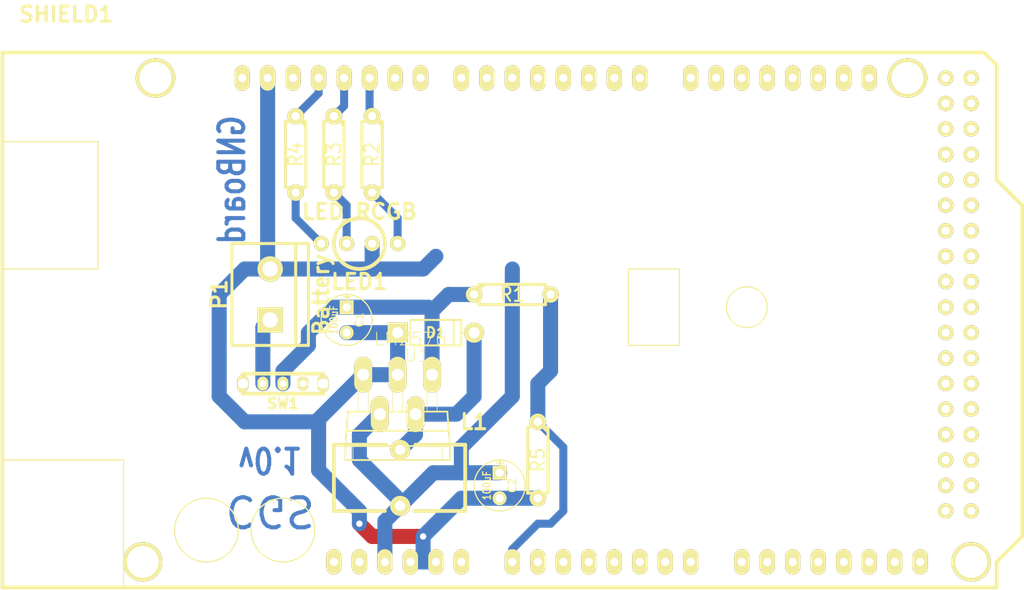
<source format=kicad_pcb>
(kicad_pcb (version 3) (host pcbnew "(2013-mar-13)-testing")

  (general
    (links 35)
    (no_connects 8)
    (area 103.910934 64.6256 208.970501 123.94)
    (thickness 1.6)
    (drawings 3)
    (tracks 83)
    (zones 0)
    (modules 14)
    (nets 84)
  )

  (page A4)
  (layers
    (15 Comp. signal)
    (0 Cobre signal)
    (16 B.Adhes user)
    (17 F.Adhes user)
    (18 B.Paste user)
    (19 F.Paste user)
    (20 B.SilkS user)
    (21 F.SilkS user)
    (22 B.Mask user)
    (23 F.Mask user)
    (24 Dwgs.User user)
    (25 Cmts.User user)
    (26 Eco1.User user)
    (27 Eco2.User user)
    (28 Edge.Cuts user)
  )

  (setup
    (last_trace_width 0.8)
    (user_trace_width 1)
    (user_trace_width 1.5)
    (trace_clearance 0.5)
    (zone_clearance 0.508)
    (zone_45_only no)
    (trace_min 0.254)
    (segment_width 0.381)
    (edge_width 0.381)
    (via_size 0.889)
    (via_drill 0.635)
    (via_min_size 0.889)
    (via_min_drill 0.508)
    (uvia_size 0.508)
    (uvia_drill 0.127)
    (uvias_allowed no)
    (uvia_min_size 0.508)
    (uvia_min_drill 0.127)
    (pcb_text_width 0.3048)
    (pcb_text_size 1.524 2.032)
    (mod_edge_width 0.381)
    (mod_text_size 1.524 1.524)
    (mod_text_width 0.3048)
    (pad_size 1.1 1.7)
    (pad_drill 1)
    (pad_to_mask_clearance 0.2)
    (aux_axis_origin 0 0)
    (visible_elements FFFFFF7F)
    (pcbplotparams
      (layerselection 3178497)
      (usegerberextensions true)
      (excludeedgelayer true)
      (linewidth 0.100000)
      (plotframeref false)
      (viasonmask false)
      (mode 1)
      (useauxorigin false)
      (hpglpennumber 1)
      (hpglpenspeed 20)
      (hpglpendiameter 15)
      (hpglpenoverlay 2)
      (psnegative false)
      (psa4output false)
      (plotreference true)
      (plotvalue true)
      (plotothertext true)
      (plotinvisibletext false)
      (padsonsilk false)
      (subtractmaskfromsilk false)
      (outputformat 1)
      (mirror false)
      (drillshape 1)
      (scaleselection 1)
      (outputdirectory ""))
  )

  (net 0 "")
  (net 1 +5V)
  (net 2 +BATT)
  (net 3 BattVolt)
  (net 4 GND)
  (net 5 LedB)
  (net 6 LedG)
  (net 7 LedR)
  (net 8 N-0000013)
  (net 9 N-0000014)
  (net 10 N-0000015)
  (net 11 N-0000016)
  (net 12 N-0000017)
  (net 13 N-0000018)
  (net 14 N-0000019)
  (net 15 N-0000020)
  (net 16 N-0000021)
  (net 17 N-0000022)
  (net 18 N-0000023)
  (net 19 N-0000024)
  (net 20 N-0000025)
  (net 21 N-0000026)
  (net 22 N-0000027)
  (net 23 N-0000028)
  (net 24 N-0000029)
  (net 25 N-0000030)
  (net 26 N-0000031)
  (net 27 N-0000032)
  (net 28 N-0000033)
  (net 29 N-0000034)
  (net 30 N-0000035)
  (net 31 N-0000036)
  (net 32 N-0000037)
  (net 33 N-0000038)
  (net 34 N-0000039)
  (net 35 N-000004)
  (net 36 N-0000040)
  (net 37 N-0000041)
  (net 38 N-0000042)
  (net 39 N-0000043)
  (net 40 N-0000044)
  (net 41 N-0000045)
  (net 42 N-0000046)
  (net 43 N-0000047)
  (net 44 N-0000048)
  (net 45 N-0000049)
  (net 46 N-000005)
  (net 47 N-0000050)
  (net 48 N-0000051)
  (net 49 N-0000052)
  (net 50 N-0000053)
  (net 51 N-0000054)
  (net 52 N-0000055)
  (net 53 N-0000056)
  (net 54 N-0000057)
  (net 55 N-0000058)
  (net 56 N-0000059)
  (net 57 N-000006)
  (net 58 N-0000060)
  (net 59 N-0000061)
  (net 60 N-0000062)
  (net 61 N-0000063)
  (net 62 N-0000064)
  (net 63 N-0000065)
  (net 64 N-0000066)
  (net 65 N-0000067)
  (net 66 N-0000068)
  (net 67 N-0000069)
  (net 68 N-000007)
  (net 69 N-0000070)
  (net 70 N-0000071)
  (net 71 N-0000072)
  (net 72 N-0000073)
  (net 73 N-0000074)
  (net 74 N-0000075)
  (net 75 N-0000076)
  (net 76 N-0000077)
  (net 77 N-0000078)
  (net 78 N-0000079)
  (net 79 N-0000080)
  (net 80 N-0000081)
  (net 81 N-0000082)
  (net 82 N-0000083)
  (net 83 N-000009)

  (net_class Default "This is the default net class."
    (clearance 0.5)
    (trace_width 0.8)
    (via_dia 0.889)
    (via_drill 0.635)
    (uvia_dia 0.508)
    (uvia_drill 0.127)
    (add_net "")
    (add_net +5V)
    (add_net +BATT)
    (add_net BattVolt)
    (add_net GND)
    (add_net LedB)
    (add_net LedG)
    (add_net LedR)
    (add_net N-0000013)
    (add_net N-0000014)
    (add_net N-0000015)
    (add_net N-0000016)
    (add_net N-0000017)
    (add_net N-0000018)
    (add_net N-0000019)
    (add_net N-0000020)
    (add_net N-0000021)
    (add_net N-0000022)
    (add_net N-0000023)
    (add_net N-0000024)
    (add_net N-0000025)
    (add_net N-0000026)
    (add_net N-0000027)
    (add_net N-0000028)
    (add_net N-0000029)
    (add_net N-0000030)
    (add_net N-0000031)
    (add_net N-0000032)
    (add_net N-0000033)
    (add_net N-0000034)
    (add_net N-0000035)
    (add_net N-0000036)
    (add_net N-0000037)
    (add_net N-0000038)
    (add_net N-0000039)
    (add_net N-000004)
    (add_net N-0000040)
    (add_net N-0000041)
    (add_net N-0000042)
    (add_net N-0000043)
    (add_net N-0000044)
    (add_net N-0000045)
    (add_net N-0000046)
    (add_net N-0000047)
    (add_net N-0000048)
    (add_net N-0000049)
    (add_net N-000005)
    (add_net N-0000050)
    (add_net N-0000051)
    (add_net N-0000052)
    (add_net N-0000053)
    (add_net N-0000054)
    (add_net N-0000055)
    (add_net N-0000056)
    (add_net N-0000057)
    (add_net N-0000058)
    (add_net N-0000059)
    (add_net N-000006)
    (add_net N-0000060)
    (add_net N-0000061)
    (add_net N-0000062)
    (add_net N-0000063)
    (add_net N-0000064)
    (add_net N-0000065)
    (add_net N-0000066)
    (add_net N-0000067)
    (add_net N-0000068)
    (add_net N-0000069)
    (add_net N-000007)
    (add_net N-0000070)
    (add_net N-0000071)
    (add_net N-0000072)
    (add_net N-0000073)
    (add_net N-0000074)
    (add_net N-0000075)
    (add_net N-0000076)
    (add_net N-0000077)
    (add_net N-0000078)
    (add_net N-0000079)
    (add_net N-0000080)
    (add_net N-0000081)
    (add_net N-0000082)
    (add_net N-0000083)
    (add_net N-000009)
  )

  (module MICROSWITCH_SPST (layer Comp.) (tedit 51B8CA45) (tstamp 51B8C79F)
    (at 134.62 102.87)
    (descr "Connecteur 3 pins")
    (tags "CONN DEV")
    (path /51B8A3AE)
    (fp_text reference SW1 (at 0 2) (layer F.SilkS)
      (effects (font (size 1.016 1.016) (thickness 0.254)))
    )
    (fp_text value PowerSwitch (at 0 -2.54) (layer F.SilkS) hide
      (effects (font (size 1.016 1.016) (thickness 0.254)))
    )
    (fp_line (start 4 -1) (end -4 -1) (layer F.SilkS) (width 0.381))
    (fp_line (start 4 -1) (end 4 1) (layer F.SilkS) (width 0.381))
    (fp_line (start 4 1) (end -4 1) (layer F.SilkS) (width 0.381))
    (fp_line (start -4 1) (end -4 -1) (layer F.SilkS) (width 0.381))
    (pad 1 thru_hole oval (at -2 0) (size 1.1 1.397) (drill 0.7)
      (layers *.Cu *.Mask F.SilkS)
      (net 83 N-000009)
    )
    (pad 2 thru_hole oval (at 0 0) (size 1.1 1.397) (drill 0.7)
      (layers *.Cu *.Mask F.SilkS)
      (net 2 +BATT)
    )
    (pad 3 thru_hole oval (at 2 0) (size 1.1 1.397) (drill 0.7)
      (layers *.Cu *.Mask F.SilkS)
      (net 46 N-000005)
    )
    (pad 4 thru_hole oval (at 4 0) (size 1.1 1.7) (drill 1)
      (layers *.Cu *.Mask F.SilkS)
    )
    (pad 5 thru_hole oval (at -4 0) (size 1.1 1.7) (drill 1)
      (layers *.Cu *.Mask F.SilkS)
    )
    (model device/switch_slide_straight_terminal.wrl
      (at (xyz 0 0 0))
      (scale (xyz 0.33 0.33 0.33))
      (rotate (xyz 0 0 0))
    )
  )

  (module DO41_3 (layer Comp.) (tedit 51B8C836) (tstamp 51B8C861)
    (at 149.86 97.79)
    (descr "Diode DO41 3 pas")
    (tags D)
    (path /51B851F9)
    (autoplace_cost180 10)
    (fp_text reference D1 (at 0 0) (layer F.SilkS)
      (effects (font (size 1.016 1.016) (thickness 0.2032)))
    )
    (fp_text value 1N5822 (at 0 0) (layer F.SilkS) hide
      (effects (font (size 1.016 1.016) (thickness 0.2032)))
    )
    (fp_line (start -3.81 0) (end -2.54 0) (layer F.SilkS) (width 0.2032))
    (fp_line (start 2.54 0) (end 3.81 0) (layer F.SilkS) (width 0.2032))
    (fp_line (start 1.778 -1.27) (end 1.778 1.27) (layer F.SilkS) (width 0.2032))
    (fp_line (start 2.54 -1.27) (end -2.54 -1.27) (layer F.SilkS) (width 0.2032))
    (fp_line (start -2.54 -1.27) (end -2.54 1.27) (layer F.SilkS) (width 0.2032))
    (fp_line (start -2.54 1.27) (end 2.54 1.27) (layer F.SilkS) (width 0.2032))
    (fp_line (start 2.54 1.27) (end 2.54 -1.27) (layer F.SilkS) (width 0.2032))
    (pad 1 thru_hole rect (at -3.81 0) (size 2 2) (drill 1.1)
      (layers *.Cu *.Mask F.SilkS)
      (net 4 GND)
    )
    (pad 2 thru_hole circle (at 3.81 0) (size 2 2) (drill 1.1)
      (layers *.Cu *.Mask F.SilkS)
      (net 8 N-0000013)
    )
    (model diodes/do41_3.wrl
      (at (xyz 0 0 0))
      (scale (xyz 1 1 1))
      (rotate (xyz 0 0 0))
    )
  )

  (module ARDUINO_MEGA_SHIELD (layer Comp.) (tedit 4D35330D) (tstamp 51B84CE1)
    (at 106.68 123.19)
    (path /51B84CE1)
    (fp_text reference SHIELD1 (at 6.35 -57.15) (layer F.SilkS)
      (effects (font (thickness 0.3048)))
    )
    (fp_text value ARDUINO_MEGA_SHIELD (at 13.97 -54.61) (layer F.SilkS) hide
      (effects (font (thickness 0.3048)))
    )
    (fp_circle (center 27.94 -5.715) (end 31.115 -5.715) (layer F.SilkS) (width 0.127))
    (fp_circle (center 20.32 -5.715) (end 23.495 -5.715) (layer F.SilkS) (width 0.127))
    (fp_line (start 0 -12.7) (end 12.065 -12.7) (layer F.SilkS) (width 0.127))
    (fp_line (start 12.065 -12.7) (end 12.065 0) (layer F.SilkS) (width 0.127))
    (fp_line (start 0 -44.45) (end 9.525 -44.45) (layer F.SilkS) (width 0.127))
    (fp_line (start 9.525 -44.45) (end 9.525 -31.75) (layer F.SilkS) (width 0.127))
    (fp_line (start 9.525 -31.75) (end 0 -31.75) (layer F.SilkS) (width 0.127))
    (fp_line (start 62.357 -31.75) (end 62.357 -24.13) (layer F.SilkS) (width 0.127))
    (fp_line (start 62.357 -24.13) (end 67.437 -24.13) (layer F.SilkS) (width 0.127))
    (fp_line (start 67.437 -24.13) (end 67.437 -31.75) (layer F.SilkS) (width 0.127))
    (fp_line (start 67.437 -31.75) (end 62.357 -31.75) (layer F.SilkS) (width 0.127))
    (fp_circle (center 74.168 -27.94) (end 76.2 -27.94) (layer F.SilkS) (width 0.127))
    (fp_line (start 99.06 0) (end 0 0) (layer F.SilkS) (width 0.381))
    (fp_line (start 97.79 -53.34) (end 0 -53.34) (layer F.SilkS) (width 0.381))
    (fp_line (start 99.06 -40.64) (end 99.06 -52.07) (layer F.SilkS) (width 0.381))
    (fp_line (start 99.06 -52.07) (end 97.79 -53.34) (layer F.SilkS) (width 0.381))
    (fp_line (start 0 0) (end 0 -53.34) (layer F.SilkS) (width 0.381))
    (fp_line (start 99.06 -40.64) (end 101.6 -38.1) (layer F.SilkS) (width 0.381))
    (fp_line (start 101.6 -38.1) (end 101.6 -5.08) (layer F.SilkS) (width 0.381))
    (fp_line (start 101.6 -5.08) (end 99.06 -2.54) (layer F.SilkS) (width 0.381))
    (fp_line (start 99.06 -2.54) (end 99.06 0) (layer F.SilkS) (width 0.381))
    (pad 14 thru_hole oval (at 68.58 -50.8 90) (size 2.54 1.524) (drill 0.8128)
      (layers *.Cu *.Mask F.SilkS)
      (net 59 N-0000061)
    )
    (pad 15 thru_hole oval (at 71.12 -50.8 90) (size 2.54 1.524) (drill 0.8128)
      (layers *.Cu *.Mask F.SilkS)
      (net 63 N-0000065)
    )
    (pad 16 thru_hole oval (at 73.66 -50.8 90) (size 2.54 1.524) (drill 0.8128)
      (layers *.Cu *.Mask F.SilkS)
      (net 67 N-0000069)
    )
    (pad 17 thru_hole oval (at 76.2 -50.8 90) (size 2.54 1.524) (drill 0.8128)
      (layers *.Cu *.Mask F.SilkS)
      (net 71 N-0000072)
    )
    (pad 18 thru_hole oval (at 78.74 -50.8 90) (size 2.54 1.524) (drill 0.8128)
      (layers *.Cu *.Mask F.SilkS)
      (net 75 N-0000076)
    )
    (pad 19 thru_hole oval (at 81.28 -50.8 90) (size 2.54 1.524) (drill 0.8128)
      (layers *.Cu *.Mask F.SilkS)
      (net 79 N-0000080)
    )
    (pad 20 thru_hole oval (at 83.82 -50.8 90) (size 2.54 1.524) (drill 0.8128)
      (layers *.Cu *.Mask F.SilkS)
      (net 20 N-0000025)
    )
    (pad 21 thru_hole oval (at 86.36 -50.8 90) (size 2.54 1.524) (drill 0.8128)
      (layers *.Cu *.Mask F.SilkS)
      (net 23 N-0000028)
    )
    (pad AD15 thru_hole oval (at 91.44 -2.54 90) (size 2.54 1.524) (drill 0.8128)
      (layers *.Cu *.Mask F.SilkS)
      (net 52 N-0000055)
    )
    (pad AD14 thru_hole oval (at 88.9 -2.54 90) (size 2.54 1.524) (drill 0.8128)
      (layers *.Cu *.Mask F.SilkS)
      (net 51 N-0000054)
    )
    (pad AD13 thru_hole oval (at 86.36 -2.54 90) (size 2.54 1.524) (drill 0.8128)
      (layers *.Cu *.Mask F.SilkS)
      (net 50 N-0000053)
    )
    (pad AD12 thru_hole oval (at 83.82 -2.54 90) (size 2.54 1.524) (drill 0.8128)
      (layers *.Cu *.Mask F.SilkS)
      (net 49 N-0000052)
    )
    (pad AD8 thru_hole oval (at 73.66 -2.54 90) (size 2.54 1.524) (drill 0.8128)
      (layers *.Cu *.Mask F.SilkS)
      (net 43 N-0000047)
    )
    (pad AD7 thru_hole oval (at 68.58 -2.54 90) (size 2.54 1.524) (drill 0.8128)
      (layers *.Cu *.Mask F.SilkS)
      (net 42 N-0000046)
    )
    (pad AD6 thru_hole oval (at 66.04 -2.54 90) (size 2.54 1.524) (drill 0.8128)
      (layers *.Cu *.Mask F.SilkS)
      (net 41 N-0000045)
    )
    (pad AD9 thru_hole oval (at 76.2 -2.54 90) (size 2.54 1.524) (drill 0.8128)
      (layers *.Cu *.Mask F.SilkS)
      (net 44 N-0000048)
    )
    (pad AD10 thru_hole oval (at 78.74 -2.54 90) (size 2.54 1.524) (drill 0.8128)
      (layers *.Cu *.Mask F.SilkS)
      (net 47 N-0000050)
    )
    (pad AD11 thru_hole oval (at 81.28 -2.54 90) (size 2.54 1.524) (drill 0.8128)
      (layers *.Cu *.Mask F.SilkS)
      (net 48 N-0000051)
    )
    (pad AD5 thru_hole oval (at 63.5 -2.54 90) (size 2.54 1.524) (drill 0.8128)
      (layers *.Cu *.Mask F.SilkS)
      (net 40 N-0000044)
    )
    (pad AD4 thru_hole oval (at 60.96 -2.54 90) (size 2.54 1.524) (drill 0.8128)
      (layers *.Cu *.Mask F.SilkS)
      (net 39 N-0000043)
    )
    (pad AD3 thru_hole oval (at 58.42 -2.54 90) (size 2.54 1.524) (drill 0.8128)
      (layers *.Cu *.Mask F.SilkS)
      (net 37 N-0000041)
    )
    (pad AD0 thru_hole oval (at 50.8 -2.54 90) (size 2.54 1.524) (drill 0.8128)
      (layers *.Cu *.Mask F.SilkS)
      (net 3 BattVolt)
    )
    (pad AD1 thru_hole oval (at 53.34 -2.54 90) (size 2.54 1.524) (drill 0.8128)
      (layers *.Cu *.Mask F.SilkS)
      (net 34 N-0000039)
    )
    (pad AD2 thru_hole oval (at 55.88 -2.54 90) (size 2.54 1.524) (drill 0.8128)
      (layers *.Cu *.Mask F.SilkS)
      (net 36 N-0000040)
    )
    (pad V_IN thru_hole oval (at 45.72 -2.54 90) (size 2.54 1.524) (drill 0.8128)
      (layers *.Cu *.Mask F.SilkS)
      (net 54 N-0000057)
    )
    (pad GND2 thru_hole oval (at 43.18 -2.54 90) (size 2.54 1.524) (drill 0.8128)
      (layers *.Cu *.Mask F.SilkS)
      (net 4 GND)
    )
    (pad GND1 thru_hole oval (at 40.64 -2.54 90) (size 2.54 1.524) (drill 0.8128)
      (layers *.Cu *.Mask F.SilkS)
      (net 4 GND)
    )
    (pad 3V3 thru_hole oval (at 35.56 -2.54 90) (size 2.54 1.524) (drill 0.8128)
      (layers *.Cu *.Mask F.SilkS)
      (net 38 N-0000042)
    )
    (pad RST thru_hole oval (at 33.02 -2.54 90) (size 2.54 1.524) (drill 0.8128)
      (layers *.Cu *.Mask F.SilkS)
      (net 45 N-0000049)
    )
    (pad 0 thru_hole oval (at 63.5 -50.8 90) (size 2.54 1.524) (drill 0.8128)
      (layers *.Cu *.Mask F.SilkS)
      (net 10 N-0000015)
    )
    (pad 1 thru_hole oval (at 60.96 -50.8 90) (size 2.54 1.524) (drill 0.8128)
      (layers *.Cu *.Mask F.SilkS)
      (net 11 N-0000016)
    )
    (pad 2 thru_hole oval (at 58.42 -50.8 90) (size 2.54 1.524) (drill 0.8128)
      (layers *.Cu *.Mask F.SilkS)
      (net 12 N-0000017)
    )
    (pad 3 thru_hole oval (at 55.88 -50.8 90) (size 2.54 1.524) (drill 0.8128)
      (layers *.Cu *.Mask F.SilkS)
      (net 13 N-0000018)
    )
    (pad 4 thru_hole oval (at 53.34 -50.8 90) (size 2.54 1.524) (drill 0.8128)
      (layers *.Cu *.Mask F.SilkS)
      (net 14 N-0000019)
    )
    (pad 5 thru_hole oval (at 50.8 -50.8 90) (size 2.54 1.524) (drill 0.8128)
      (layers *.Cu *.Mask F.SilkS)
      (net 15 N-0000020)
    )
    (pad 6 thru_hole oval (at 48.26 -50.8 90) (size 2.54 1.524) (drill 0.8128)
      (layers *.Cu *.Mask F.SilkS)
      (net 16 N-0000021)
    )
    (pad 7 thru_hole oval (at 45.72 -50.8 90) (size 2.54 1.524) (drill 0.8128)
      (layers *.Cu *.Mask F.SilkS)
      (net 17 N-0000022)
    )
    (pad 8 thru_hole oval (at 41.656 -50.8 90) (size 2.54 1.524) (drill 0.8128)
      (layers *.Cu *.Mask F.SilkS)
      (net 18 N-0000023)
    )
    (pad 9 thru_hole oval (at 39.116 -50.8 90) (size 2.54 1.524) (drill 0.8128)
      (layers *.Cu *.Mask F.SilkS)
      (net 19 N-0000024)
    )
    (pad 10 thru_hole oval (at 36.576 -50.8 90) (size 2.54 1.524) (drill 0.8128)
      (layers *.Cu *.Mask F.SilkS)
      (net 7 LedR)
    )
    (pad 11 thru_hole oval (at 34.036 -50.8 90) (size 2.54 1.524) (drill 0.8128)
      (layers *.Cu *.Mask F.SilkS)
      (net 6 LedG)
    )
    (pad 12 thru_hole oval (at 31.496 -50.8 90) (size 2.54 1.524) (drill 0.8128)
      (layers *.Cu *.Mask F.SilkS)
      (net 5 LedB)
    )
    (pad 13 thru_hole oval (at 28.956 -50.8 90) (size 2.54 1.524) (drill 0.8128)
      (layers *.Cu *.Mask F.SilkS)
      (net 31 N-0000036)
    )
    (pad GND3 thru_hole oval (at 26.416 -50.8 90) (size 2.54 1.524) (drill 0.8128)
      (layers *.Cu *.Mask F.SilkS)
      (net 4 GND)
    )
    (pad AREF thru_hole oval (at 23.876 -50.8 90) (size 2.54 1.524) (drill 0.8128)
      (layers *.Cu *.Mask F.SilkS)
      (net 53 N-0000056)
    )
    (pad 5V thru_hole oval (at 38.1 -2.54 90) (size 2.54 1.524) (drill 0.8128)
      (layers *.Cu *.Mask F.SilkS)
      (net 1 +5V)
    )
    (pad GND1 thru_hole circle (at 96.52 -2.54 90) (size 3.937 3.937) (drill 3.175)
      (layers *.Cu *.Mask F.SilkS)
      (net 4 GND)
    )
    (pad GND1 thru_hole circle (at 90.17 -50.8 90) (size 3.937 3.937) (drill 3.175)
      (layers *.Cu *.Mask F.SilkS)
      (net 4 GND)
    )
    (pad GND1 thru_hole circle (at 15.24 -50.8 90) (size 3.937 3.937) (drill 3.175)
      (layers *.Cu *.Mask F.SilkS)
      (net 4 GND)
    )
    (pad GND1 thru_hole circle (at 13.97 -2.54 90) (size 3.937 3.937) (drill 3.175)
      (layers *.Cu *.Mask F.SilkS)
      (net 4 GND)
    )
    (pad 22 thru_hole circle (at 93.98 -48.26) (size 1.524 1.524) (drill 0.8128)
      (layers *.Cu *.Mask F.SilkS)
      (net 27 N-0000032)
    )
    (pad 23 thru_hole circle (at 96.52 -48.26) (size 1.524 1.524) (drill 0.8128)
      (layers *.Cu *.Mask F.SilkS)
      (net 32 N-0000037)
    )
    (pad 24 thru_hole circle (at 93.98 -45.72) (size 1.524 1.524) (drill 0.8128)
      (layers *.Cu *.Mask F.SilkS)
      (net 60 N-0000062)
    )
    (pad 25 thru_hole circle (at 96.52 -45.72) (size 1.524 1.524) (drill 0.8128)
      (layers *.Cu *.Mask F.SilkS)
      (net 64 N-0000066)
    )
    (pad 26 thru_hole circle (at 93.98 -43.18) (size 1.524 1.524) (drill 0.8128)
      (layers *.Cu *.Mask F.SilkS)
      (net 69 N-0000070)
    )
    (pad 27 thru_hole circle (at 96.52 -43.18) (size 1.524 1.524) (drill 0.8128)
      (layers *.Cu *.Mask F.SilkS)
      (net 72 N-0000073)
    )
    (pad 28 thru_hole circle (at 93.98 -40.64) (size 1.524 1.524) (drill 0.8128)
      (layers *.Cu *.Mask F.SilkS)
      (net 76 N-0000077)
    )
    (pad 29 thru_hole circle (at 96.52 -40.64) (size 1.524 1.524) (drill 0.8128)
      (layers *.Cu *.Mask F.SilkS)
      (net 80 N-0000081)
    )
    (pad 5V_4 thru_hole circle (at 93.98 -50.8) (size 1.524 1.524) (drill 0.8128)
      (layers *.Cu *.Mask F.SilkS)
      (net 1 +5V)
    )
    (pad 5V_5 thru_hole circle (at 96.52 -50.8) (size 1.524 1.524) (drill 0.8128)
      (layers *.Cu *.Mask F.SilkS)
      (net 1 +5V)
    )
    (pad 31 thru_hole circle (at 96.52 -38.1) (size 1.524 1.524) (drill 0.8128)
      (layers *.Cu *.Mask F.SilkS)
      (net 24 N-0000029)
    )
    (pad 30 thru_hole circle (at 93.98 -38.1) (size 1.524 1.524) (drill 0.8128)
      (layers *.Cu *.Mask F.SilkS)
      (net 21 N-0000026)
    )
    (pad 32 thru_hole circle (at 93.98 -35.56) (size 1.524 1.524) (drill 0.8128)
      (layers *.Cu *.Mask F.SilkS)
      (net 28 N-0000033)
    )
    (pad 33 thru_hole circle (at 96.52 -35.56) (size 1.524 1.524) (drill 0.8128)
      (layers *.Cu *.Mask F.SilkS)
      (net 33 N-0000038)
    )
    (pad 34 thru_hole circle (at 93.98 -33.02) (size 1.524 1.524) (drill 0.8128)
      (layers *.Cu *.Mask F.SilkS)
      (net 61 N-0000063)
    )
    (pad 35 thru_hole circle (at 96.52 -33.02) (size 1.524 1.524) (drill 0.8128)
      (layers *.Cu *.Mask F.SilkS)
      (net 65 N-0000067)
    )
    (pad 36 thru_hole circle (at 93.98 -30.48) (size 1.524 1.524) (drill 0.8128)
      (layers *.Cu *.Mask F.SilkS)
      (net 70 N-0000071)
    )
    (pad 37 thru_hole circle (at 96.52 -30.48) (size 1.524 1.524) (drill 0.8128)
      (layers *.Cu *.Mask F.SilkS)
      (net 73 N-0000074)
    )
    (pad 38 thru_hole circle (at 93.98 -27.94) (size 1.524 1.524) (drill 0.8128)
      (layers *.Cu *.Mask F.SilkS)
      (net 77 N-0000078)
    )
    (pad 39 thru_hole circle (at 96.52 -27.94) (size 1.524 1.524) (drill 0.8128)
      (layers *.Cu *.Mask F.SilkS)
      (net 81 N-0000082)
    )
    (pad 40 thru_hole circle (at 93.98 -25.4) (size 1.524 1.524) (drill 0.8128)
      (layers *.Cu *.Mask F.SilkS)
      (net 9 N-0000014)
    )
    (pad 41 thru_hole circle (at 96.52 -25.4) (size 1.524 1.524) (drill 0.8128)
      (layers *.Cu *.Mask F.SilkS)
      (net 25 N-0000030)
    )
    (pad 42 thru_hole circle (at 93.98 -22.86) (size 1.524 1.524) (drill 0.8128)
      (layers *.Cu *.Mask F.SilkS)
      (net 29 N-0000034)
    )
    (pad 43 thru_hole circle (at 96.52 -22.86) (size 1.524 1.524) (drill 0.8128)
      (layers *.Cu *.Mask F.SilkS)
      (net 56 N-0000059)
    )
    (pad 44 thru_hole circle (at 93.98 -20.32) (size 1.524 1.524) (drill 0.8128)
      (layers *.Cu *.Mask F.SilkS)
      (net 62 N-0000064)
    )
    (pad 45 thru_hole circle (at 96.52 -20.32) (size 1.524 1.524) (drill 0.8128)
      (layers *.Cu *.Mask F.SilkS)
      (net 66 N-0000068)
    )
    (pad 46 thru_hole circle (at 93.98 -17.78) (size 1.524 1.524) (drill 0.8128)
      (layers *.Cu *.Mask F.SilkS)
      (net 55 N-0000058)
    )
    (pad 47 thru_hole circle (at 96.52 -17.78) (size 1.524 1.524) (drill 0.8128)
      (layers *.Cu *.Mask F.SilkS)
      (net 74 N-0000075)
    )
    (pad 48 thru_hole circle (at 93.98 -15.24) (size 1.524 1.524) (drill 0.8128)
      (layers *.Cu *.Mask F.SilkS)
      (net 78 N-0000079)
    )
    (pad 49 thru_hole circle (at 96.52 -15.24) (size 1.524 1.524) (drill 0.8128)
      (layers *.Cu *.Mask F.SilkS)
      (net 82 N-0000083)
    )
    (pad 50 thru_hole circle (at 93.98 -12.7) (size 1.524 1.524) (drill 0.8128)
      (layers *.Cu *.Mask F.SilkS)
      (net 22 N-0000027)
    )
    (pad 51 thru_hole circle (at 96.52 -12.7) (size 1.524 1.524) (drill 0.8128)
      (layers *.Cu *.Mask F.SilkS)
      (net 26 N-0000031)
    )
    (pad 52 thru_hole circle (at 93.98 -10.16) (size 1.524 1.524) (drill 0.8128)
      (layers *.Cu *.Mask F.SilkS)
      (net 30 N-0000035)
    )
    (pad 53 thru_hole circle (at 96.52 -10.16) (size 1.524 1.524) (drill 0.8128)
      (layers *.Cu *.Mask F.SilkS)
      (net 58 N-0000060)
    )
    (pad GND4 thru_hole circle (at 93.98 -7.62) (size 1.524 1.524) (drill 0.8128)
      (layers *.Cu *.Mask F.SilkS)
      (net 4 GND)
    )
    (pad GND5 thru_hole circle (at 96.52 -7.62) (size 1.524 1.524) (drill 0.8128)
      (layers *.Cu *.Mask F.SilkS)
      (net 4 GND)
    )
    (model packages3d\nick\ArduinoMegaShield.wrl
      (at (xyz 0 0 0))
      (scale (xyz 1 1 1))
      (rotate (xyz 0 0 0))
    )
  )

  (module C1V5 (layer Comp.) (tedit 3E070CF4) (tstamp 51B84E73)
    (at 156.21 113.03 270)
    (descr "Condensateur e = 1 pas")
    (tags C)
    (path /51B84E73)
    (fp_text reference C2 (at 0 -1.26746 270) (layer F.SilkS)
      (effects (font (size 0.762 0.762) (thickness 0.127)))
    )
    (fp_text value 100uF (at 0 1.27 270) (layer F.SilkS)
      (effects (font (size 0.762 0.635) (thickness 0.127)))
    )
    (fp_text user + (at -2.286 0 270) (layer F.SilkS)
      (effects (font (size 0.762 0.762) (thickness 0.2032)))
    )
    (fp_circle (center 0 0) (end 0.127 -2.54) (layer F.SilkS) (width 0.127))
    (pad 1 thru_hole rect (at -1.27 0 270) (size 1.397 1.397) (drill 0.8128)
      (layers *.Cu *.Mask F.SilkS)
      (net 1 +5V)
    )
    (pad 2 thru_hole circle (at 1.27 0 270) (size 1.397 1.397) (drill 0.8128)
      (layers *.Cu *.Mask F.SilkS)
      (net 4 GND)
    )
    (model discret/c_vert_c1v5.wrl
      (at (xyz 0 0 0))
      (scale (xyz 1 1 1))
      (rotate (xyz 0 0 0))
    )
  )

  (module C1V5 (layer Comp.) (tedit 3E070CF4) (tstamp 51B895A8)
    (at 140.97 96.52 270)
    (descr "Condensateur e = 1 pas")
    (tags C)
    (path /51B84E6F)
    (fp_text reference C1 (at 0 -1.26746 270) (layer F.SilkS)
      (effects (font (size 0.762 0.762) (thickness 0.127)))
    )
    (fp_text value 100uF (at 0 1.27 270) (layer F.SilkS)
      (effects (font (size 0.762 0.635) (thickness 0.127)))
    )
    (fp_text user + (at -2.286 0 270) (layer F.SilkS)
      (effects (font (size 0.762 0.762) (thickness 0.2032)))
    )
    (fp_circle (center 0 0) (end 0.127 -2.54) (layer F.SilkS) (width 0.127))
    (pad 1 thru_hole rect (at -1.27 0 270) (size 1.397 1.397) (drill 0.8128)
      (layers *.Cu *.Mask F.SilkS)
      (net 2 +BATT)
    )
    (pad 2 thru_hole circle (at 1.27 0 270) (size 1.397 1.397) (drill 0.8128)
      (layers *.Cu *.Mask F.SilkS)
      (net 4 GND)
    )
    (model discret/c_vert_c1v5.wrl
      (at (xyz 0 0 0))
      (scale (xyz 1 1 1))
      (rotate (xyz 0 0 0))
    )
  )

  (module Choke_Toroid_6,5x13mm_Vertical (layer Comp.) (tedit 4C5BE08F) (tstamp 51B84C2F)
    (at 139.7 115.57)
    (descr "Toroid, Coil, Choke,  6,5mm x 13mm, Vertical, Inductor, Drossel, Thruhole,")
    (tags "Toroid, Coil, Choke,  6,5mm x 13mm, Vertical, Inductor, Drossel, Thruhole,")
    (path /51B84C2F)
    (fp_text reference L1 (at 13.97 -8.89) (layer F.SilkS)
      (effects (font (thickness 0.3048)))
    )
    (fp_text value 100uH (at 5.08 2.54) (layer F.SilkS) hide
      (effects (font (size 1.50114 1.50114) (thickness 0.20066)))
    )
    (fp_line (start 0 -6.604) (end 5.207 -6.604) (layer F.SilkS) (width 0.381))
    (fp_line (start 13.081 -6.604) (end 8.128 -6.604) (layer F.SilkS) (width 0.381))
    (fp_line (start 0 0) (end 5.08 0) (layer F.SilkS) (width 0.381))
    (fp_line (start 13.081 0) (end 8.001 0) (layer F.SilkS) (width 0.381))
    (fp_line (start 13.081 0) (end 13.081 -6.604) (layer F.SilkS) (width 0.381))
    (fp_line (start 0 -6.604) (end 0 0) (layer F.SilkS) (width 0.381))
    (pad 1 thru_hole circle (at 6.604 -0.508) (size 1.99898 1.99898) (drill 1.00076)
      (layers *.Cu *.Mask F.SilkS)
      (net 1 +5V)
    )
    (pad 2 thru_hole circle (at 6.604 -6.096) (size 1.99898 1.99898) (drill 1.00076)
      (layers *.Cu *.Mask F.SilkS)
      (net 8 N-0000013)
    )
  )

  (module v-reg-L200S (layer Comp.) (tedit 200000) (tstamp 51B84E1C)
    (at 146.05 110.49 180)
    (descr "VOLTAGE REGULATOR")
    (tags "VOLTAGE REGULATOR")
    (path /51B84E1C)
    (attr virtual)
    (fp_text reference U1 (at -1.905 10.414 180) (layer F.SilkS)
      (effects (font (size 1.27 1.27) (thickness 0.0889)))
    )
    (fp_text value LM2576 (at -1.27 12.065 180) (layer F.SilkS)
      (effects (font (size 1.27 1.27) (thickness 0.0889)))
    )
    (fp_line (start -4.445 1.397) (end 4.445 1.397) (layer F.SilkS) (width 0.06604))
    (fp_line (start 4.445 1.397) (end 4.445 0) (layer F.SilkS) (width 0.06604))
    (fp_line (start -4.445 0) (end 4.445 0) (layer F.SilkS) (width 0.06604))
    (fp_line (start -4.445 1.397) (end -4.445 0) (layer F.SilkS) (width 0.06604))
    (fp_line (start 2.921 7.366) (end 3.937 7.366) (layer F.SilkS) (width 0.06604))
    (fp_line (start 3.937 7.366) (end 3.937 4.826) (layer F.SilkS) (width 0.06604))
    (fp_line (start 2.921 4.826) (end 3.937 4.826) (layer F.SilkS) (width 0.06604))
    (fp_line (start 2.921 7.366) (end 2.921 4.826) (layer F.SilkS) (width 0.06604))
    (fp_line (start 2.921 8.509) (end 3.937 8.509) (layer F.SilkS) (width 0.06604))
    (fp_line (start 3.937 8.509) (end 3.937 7.366) (layer F.SilkS) (width 0.06604))
    (fp_line (start 2.921 7.366) (end 3.937 7.366) (layer F.SilkS) (width 0.06604))
    (fp_line (start 2.921 8.509) (end 2.921 7.366) (layer F.SilkS) (width 0.06604))
    (fp_line (start -0.508 8.509) (end 0.508 8.509) (layer F.SilkS) (width 0.06604))
    (fp_line (start 0.508 8.509) (end 0.508 7.366) (layer F.SilkS) (width 0.06604))
    (fp_line (start -0.508 7.366) (end 0.508 7.366) (layer F.SilkS) (width 0.06604))
    (fp_line (start -0.508 8.509) (end -0.508 7.366) (layer F.SilkS) (width 0.06604))
    (fp_line (start -3.937 8.509) (end -2.921 8.509) (layer F.SilkS) (width 0.06604))
    (fp_line (start -2.921 8.509) (end -2.921 7.366) (layer F.SilkS) (width 0.06604))
    (fp_line (start -3.937 7.366) (end -2.921 7.366) (layer F.SilkS) (width 0.06604))
    (fp_line (start -3.937 8.509) (end -3.937 7.366) (layer F.SilkS) (width 0.06604))
    (fp_line (start -0.508 7.366) (end 0.508 7.366) (layer F.SilkS) (width 0.06604))
    (fp_line (start 0.508 7.366) (end 0.508 4.826) (layer F.SilkS) (width 0.06604))
    (fp_line (start -0.508 4.826) (end 0.508 4.826) (layer F.SilkS) (width 0.06604))
    (fp_line (start -0.508 7.366) (end -0.508 4.826) (layer F.SilkS) (width 0.06604))
    (fp_line (start -3.937 7.366) (end -2.921 7.366) (layer F.SilkS) (width 0.06604))
    (fp_line (start -2.921 7.366) (end -2.921 4.826) (layer F.SilkS) (width 0.06604))
    (fp_line (start -3.937 4.826) (end -2.921 4.826) (layer F.SilkS) (width 0.06604))
    (fp_line (start -3.937 7.366) (end -3.937 4.826) (layer F.SilkS) (width 0.06604))
    (fp_line (start 5.207 0) (end -5.207 0) (layer F.SilkS) (width 0.1778))
    (fp_line (start 5.207 0) (end 5.207 1.397) (layer F.SilkS) (width 0.1778))
    (fp_line (start -5.207 0) (end -5.207 1.397) (layer F.SilkS) (width 0.1778))
    (fp_line (start 5.08 2.921) (end -5.08 2.921) (layer F.SilkS) (width 0.1778))
    (fp_line (start -5.207 1.397) (end 5.207 1.397) (layer F.SilkS) (width 0.1778))
    (fp_line (start -5.207 1.397) (end -4.953 4.826) (layer F.SilkS) (width 0.1778))
    (fp_line (start 5.207 1.397) (end 4.953 4.826) (layer F.SilkS) (width 0.1778))
    (fp_line (start 0.635 4.826) (end -0.635 4.826) (layer F.SilkS) (width 0.1778))
    (fp_line (start 4.953 4.826) (end 2.921 4.826) (layer F.SilkS) (width 0.1778))
    (fp_line (start 2.921 4.826) (end 0.635 4.826) (layer F.SilkS) (width 0.1524))
    (fp_line (start -4.953 4.826) (end -2.921 4.826) (layer F.SilkS) (width 0.1778))
    (fp_line (start -2.921 4.826) (end -0.635 4.826) (layer F.SilkS) (width 0.1524))
    (pad 1 thru_hole oval (at -3.429 8.509 180) (size 1.7907 3.5814) (drill 1.1938)
      (layers *.Cu F.Paste F.SilkS F.Mask)
      (net 2 +BATT)
    )
    (pad 2 thru_hole oval (at -1.778 4.572 180) (size 1.7907 3.5814) (drill 1.1938)
      (layers *.Cu F.Paste F.SilkS F.Mask)
      (net 8 N-0000013)
    )
    (pad 3 thru_hole oval (at 0 8.509 180) (size 1.7907 3.5814) (drill 1.1938)
      (layers *.Cu F.Paste F.SilkS F.Mask)
      (net 4 GND)
    )
    (pad 4 thru_hole oval (at 1.778 4.572 180) (size 1.7907 3.5814) (drill 1.1938)
      (layers *.Cu F.Paste F.SilkS F.Mask)
      (net 1 +5V)
    )
    (pad 5 thru_hole oval (at 3.429 8.509 180) (size 1.7907 3.5814) (drill 1.1938)
      (layers *.Cu F.Paste F.SilkS F.Mask)
      (net 4 GND)
    )
  )

  (module LED5_RGB_long_wide (layer Comp.) (tedit 4C42FEEF) (tstamp 51B8A005)
    (at 142.24 88.9 180)
    (path /51B8930C)
    (fp_text reference LED1 (at 0 -3.81 180) (layer F.SilkS)
      (effects (font (thickness 0.3048)))
    )
    (fp_text value LED_RCGB (at 0 3.175 180) (layer F.SilkS)
      (effects (font (thickness 0.3048)))
    )
    (fp_circle (center 0 0) (end 2.54 0) (layer F.SilkS) (width 0.381))
    (pad 1 thru_hole circle (at -3.81 0 180) (size 1.524 1.524) (drill 0.8128)
      (layers *.Cu *.Mask F.SilkS)
      (net 68 N-000007)
    )
    (pad 3 thru_hole circle (at 1.27 0 180) (size 1.524 1.524) (drill 0.8128)
      (layers *.Cu *.Mask F.SilkS)
      (net 35 N-000004)
    )
    (pad 4 thru_hole circle (at 3.81 0 180) (size 1.524 1.524) (drill 0.8128)
      (layers *.Cu *.Mask F.SilkS)
      (net 57 N-000006)
    )
    (pad 2 thru_hole circle (at -1.27 0 180) (size 1.524 1.524) (drill 0.8128)
      (layers *.Cu *.Mask F.SilkS)
      (net 4 GND)
    )
    (model userlibs/libraries/packages3d/led5_RGB_vertical-wide.wrl
      (at (xyz 0 0 0))
      (scale (xyz 1 1 1))
      (rotate (xyz 0 0 180))
    )
  )

  (module bornier2 (layer Comp.) (tedit 3EC0ED69) (tstamp 51B89361)
    (at 133.35 93.98 90)
    (descr "Bornier d'alimentation 2 pins")
    (tags DEV)
    (path /51B88C07)
    (fp_text reference P1 (at 0 -5.08 90) (layer F.SilkS)
      (effects (font (thickness 0.3048)))
    )
    (fp_text value Battery (at 0 5.08 90) (layer F.SilkS)
      (effects (font (thickness 0.3048)))
    )
    (fp_line (start 5.08 2.54) (end -5.08 2.54) (layer F.SilkS) (width 0.3048))
    (fp_line (start 5.08 3.81) (end 5.08 -3.81) (layer F.SilkS) (width 0.3048))
    (fp_line (start 5.08 -3.81) (end -5.08 -3.81) (layer F.SilkS) (width 0.3048))
    (fp_line (start -5.08 -3.81) (end -5.08 3.81) (layer F.SilkS) (width 0.3048))
    (fp_line (start -5.08 3.81) (end 5.08 3.81) (layer F.SilkS) (width 0.3048))
    (pad 1 thru_hole rect (at -2.54 0 90) (size 2.54 2.54) (drill 1.524)
      (layers *.Cu *.Mask F.SilkS)
      (net 83 N-000009)
    )
    (pad 2 thru_hole circle (at 2.54 0 90) (size 2.54 2.54) (drill 1.524)
      (layers *.Cu *.Mask F.SilkS)
      (net 4 GND)
    )
    (model device/bornier_2.wrl
      (at (xyz 0 0 0))
      (scale (xyz 1 1 1))
      (rotate (xyz 0 0 0))
    )
  )

  (module R3-LARGE_PADS (layer Comp.) (tedit 47E26765) (tstamp 51B8936F)
    (at 157.48 93.98)
    (descr "Resitance 3 pas")
    (tags R)
    (path /51B88ED1)
    (autoplace_cost180 10)
    (fp_text reference R1 (at 0 0) (layer F.SilkS)
      (effects (font (size 1.397 1.27) (thickness 0.2032)))
    )
    (fp_text value R (at 0 0) (layer F.SilkS) hide
      (effects (font (size 1.397 1.27) (thickness 0.2032)))
    )
    (fp_line (start -3.81 0) (end -3.302 0) (layer F.SilkS) (width 0.3048))
    (fp_line (start 3.81 0) (end 3.302 0) (layer F.SilkS) (width 0.3048))
    (fp_line (start 3.302 0) (end 3.302 -1.016) (layer F.SilkS) (width 0.3048))
    (fp_line (start 3.302 -1.016) (end -3.302 -1.016) (layer F.SilkS) (width 0.3048))
    (fp_line (start -3.302 -1.016) (end -3.302 1.016) (layer F.SilkS) (width 0.3048))
    (fp_line (start -3.302 1.016) (end 3.302 1.016) (layer F.SilkS) (width 0.3048))
    (fp_line (start 3.302 1.016) (end 3.302 0) (layer F.SilkS) (width 0.3048))
    (fp_line (start -3.302 -0.508) (end -2.794 -1.016) (layer F.SilkS) (width 0.3048))
    (pad 1 thru_hole circle (at -3.81 0) (size 1.651 1.651) (drill 0.8128)
      (layers *.Cu *.Mask F.SilkS)
      (net 2 +BATT)
    )
    (pad 2 thru_hole circle (at 3.81 0) (size 1.651 1.651) (drill 0.8128)
      (layers *.Cu *.Mask F.SilkS)
      (net 3 BattVolt)
    )
    (model discret/resistor.wrl
      (at (xyz 0 0 0))
      (scale (xyz 0.3 0.3 0.3))
      (rotate (xyz 0 0 0))
    )
  )

  (module R3-LARGE_PADS (layer Comp.) (tedit 47E26765) (tstamp 51B8937D)
    (at 143.51 80.01 270)
    (descr "Resitance 3 pas")
    (tags R)
    (path /51B8931B)
    (autoplace_cost180 10)
    (fp_text reference R2 (at 0 0 270) (layer F.SilkS)
      (effects (font (size 1.397 1.27) (thickness 0.2032)))
    )
    (fp_text value R (at 0 0 270) (layer F.SilkS) hide
      (effects (font (size 1.397 1.27) (thickness 0.2032)))
    )
    (fp_line (start -3.81 0) (end -3.302 0) (layer F.SilkS) (width 0.3048))
    (fp_line (start 3.81 0) (end 3.302 0) (layer F.SilkS) (width 0.3048))
    (fp_line (start 3.302 0) (end 3.302 -1.016) (layer F.SilkS) (width 0.3048))
    (fp_line (start 3.302 -1.016) (end -3.302 -1.016) (layer F.SilkS) (width 0.3048))
    (fp_line (start -3.302 -1.016) (end -3.302 1.016) (layer F.SilkS) (width 0.3048))
    (fp_line (start -3.302 1.016) (end 3.302 1.016) (layer F.SilkS) (width 0.3048))
    (fp_line (start 3.302 1.016) (end 3.302 0) (layer F.SilkS) (width 0.3048))
    (fp_line (start -3.302 -0.508) (end -2.794 -1.016) (layer F.SilkS) (width 0.3048))
    (pad 1 thru_hole circle (at -3.81 0 270) (size 1.651 1.651) (drill 0.8128)
      (layers *.Cu *.Mask F.SilkS)
      (net 7 LedR)
    )
    (pad 2 thru_hole circle (at 3.81 0 270) (size 1.651 1.651) (drill 0.8128)
      (layers *.Cu *.Mask F.SilkS)
      (net 68 N-000007)
    )
    (model discret/resistor.wrl
      (at (xyz 0 0 0))
      (scale (xyz 0.3 0.3 0.3))
      (rotate (xyz 0 0 0))
    )
  )

  (module R3-LARGE_PADS (layer Comp.) (tedit 47E26765) (tstamp 51B89FEC)
    (at 139.7 80.01 270)
    (descr "Resitance 3 pas")
    (tags R)
    (path /51B8932A)
    (autoplace_cost180 10)
    (fp_text reference R3 (at 0 0 270) (layer F.SilkS)
      (effects (font (size 1.397 1.27) (thickness 0.2032)))
    )
    (fp_text value R (at 0 0 270) (layer F.SilkS) hide
      (effects (font (size 1.397 1.27) (thickness 0.2032)))
    )
    (fp_line (start -3.81 0) (end -3.302 0) (layer F.SilkS) (width 0.3048))
    (fp_line (start 3.81 0) (end 3.302 0) (layer F.SilkS) (width 0.3048))
    (fp_line (start 3.302 0) (end 3.302 -1.016) (layer F.SilkS) (width 0.3048))
    (fp_line (start 3.302 -1.016) (end -3.302 -1.016) (layer F.SilkS) (width 0.3048))
    (fp_line (start -3.302 -1.016) (end -3.302 1.016) (layer F.SilkS) (width 0.3048))
    (fp_line (start -3.302 1.016) (end 3.302 1.016) (layer F.SilkS) (width 0.3048))
    (fp_line (start 3.302 1.016) (end 3.302 0) (layer F.SilkS) (width 0.3048))
    (fp_line (start -3.302 -0.508) (end -2.794 -1.016) (layer F.SilkS) (width 0.3048))
    (pad 1 thru_hole circle (at -3.81 0 270) (size 1.651 1.651) (drill 0.8128)
      (layers *.Cu *.Mask F.SilkS)
      (net 6 LedG)
    )
    (pad 2 thru_hole circle (at 3.81 0 270) (size 1.651 1.651) (drill 0.8128)
      (layers *.Cu *.Mask F.SilkS)
      (net 35 N-000004)
    )
    (model discret/resistor.wrl
      (at (xyz 0 0 0))
      (scale (xyz 0.3 0.3 0.3))
      (rotate (xyz 0 0 0))
    )
  )

  (module R3-LARGE_PADS (layer Comp.) (tedit 47E26765) (tstamp 51B89FFB)
    (at 135.89 80.01 270)
    (descr "Resitance 3 pas")
    (tags R)
    (path /51B89339)
    (autoplace_cost180 10)
    (fp_text reference R4 (at 0 0 270) (layer F.SilkS)
      (effects (font (size 1.397 1.27) (thickness 0.2032)))
    )
    (fp_text value R (at 0 0 270) (layer F.SilkS) hide
      (effects (font (size 1.397 1.27) (thickness 0.2032)))
    )
    (fp_line (start -3.81 0) (end -3.302 0) (layer F.SilkS) (width 0.3048))
    (fp_line (start 3.81 0) (end 3.302 0) (layer F.SilkS) (width 0.3048))
    (fp_line (start 3.302 0) (end 3.302 -1.016) (layer F.SilkS) (width 0.3048))
    (fp_line (start 3.302 -1.016) (end -3.302 -1.016) (layer F.SilkS) (width 0.3048))
    (fp_line (start -3.302 -1.016) (end -3.302 1.016) (layer F.SilkS) (width 0.3048))
    (fp_line (start -3.302 1.016) (end 3.302 1.016) (layer F.SilkS) (width 0.3048))
    (fp_line (start 3.302 1.016) (end 3.302 0) (layer F.SilkS) (width 0.3048))
    (fp_line (start -3.302 -0.508) (end -2.794 -1.016) (layer F.SilkS) (width 0.3048))
    (pad 1 thru_hole circle (at -3.81 0 270) (size 1.651 1.651) (drill 0.8128)
      (layers *.Cu *.Mask F.SilkS)
      (net 5 LedB)
    )
    (pad 2 thru_hole circle (at 3.81 0 270) (size 1.651 1.651) (drill 0.8128)
      (layers *.Cu *.Mask F.SilkS)
      (net 57 N-000006)
    )
    (model discret/resistor.wrl
      (at (xyz 0 0 0))
      (scale (xyz 0.3 0.3 0.3))
      (rotate (xyz 0 0 0))
    )
  )

  (module R3-LARGE_PADS (layer Comp.) (tedit 47E26765) (tstamp 51B893A7)
    (at 160.02 110.49 270)
    (descr "Resitance 3 pas")
    (tags R)
    (path /51B88EE0)
    (autoplace_cost180 10)
    (fp_text reference R5 (at 0 0 270) (layer F.SilkS)
      (effects (font (size 1.397 1.27) (thickness 0.2032)))
    )
    (fp_text value R (at 0 0 270) (layer F.SilkS) hide
      (effects (font (size 1.397 1.27) (thickness 0.2032)))
    )
    (fp_line (start -3.81 0) (end -3.302 0) (layer F.SilkS) (width 0.3048))
    (fp_line (start 3.81 0) (end 3.302 0) (layer F.SilkS) (width 0.3048))
    (fp_line (start 3.302 0) (end 3.302 -1.016) (layer F.SilkS) (width 0.3048))
    (fp_line (start 3.302 -1.016) (end -3.302 -1.016) (layer F.SilkS) (width 0.3048))
    (fp_line (start -3.302 -1.016) (end -3.302 1.016) (layer F.SilkS) (width 0.3048))
    (fp_line (start -3.302 1.016) (end 3.302 1.016) (layer F.SilkS) (width 0.3048))
    (fp_line (start 3.302 1.016) (end 3.302 0) (layer F.SilkS) (width 0.3048))
    (fp_line (start -3.302 -0.508) (end -2.794 -1.016) (layer F.SilkS) (width 0.3048))
    (pad 1 thru_hole circle (at -3.81 0 270) (size 1.651 1.651) (drill 0.8128)
      (layers *.Cu *.Mask F.SilkS)
      (net 3 BattVolt)
    )
    (pad 2 thru_hole circle (at 3.81 0 270) (size 1.651 1.651) (drill 0.8128)
      (layers *.Cu *.Mask F.SilkS)
      (net 4 GND)
    )
    (model discret/resistor.wrl
      (at (xyz 0 0 0))
      (scale (xyz 0.3 0.3 0.3))
      (rotate (xyz 0 0 0))
    )
  )

  (gr_text CGS (at 133.35 115.57 180) (layer Cobre)
    (effects (font (size 3 3) (thickness 0.4)) (justify mirror))
  )
  (gr_text v0.1 (at 133.35 110.49 180) (layer Cobre)
    (effects (font (size 2.5 2) (thickness 0.4)) (justify mirror))
  )
  (gr_text GNBoard (at 129.54 82.55 90) (layer Cobre) (tstamp 51B8CE56)
    (effects (font (size 2.5 2) (thickness 0.4)) (justify mirror))
  )

  (segment (start 152.4 111.76) (end 152.4 109.22) (width 1.5) (layer Cobre) (net 1))
  (segment (start 157.48 104.14) (end 157.48 91.44) (width 1.5) (layer Cobre) (net 1) (tstamp 51B89E7F))
  (segment (start 152.4 109.22) (end 157.48 104.14) (width 1.5) (layer Cobre) (net 1) (tstamp 51B89E7E))
  (segment (start 156.21 111.76) (end 152.4 111.76) (width 1.5) (layer Cobre) (net 1))
  (segment (start 152.4 111.76) (end 149.606 111.76) (width 1.5) (layer Cobre) (net 1) (tstamp 51B89E7C))
  (segment (start 149.606 111.76) (end 146.304 115.062) (width 1.5) (layer Cobre) (net 1) (tstamp 51B89B85))
  (segment (start 146.304 115.062) (end 146.304 114.554) (width 1.5) (layer Cobre) (net 1))
  (segment (start 142.24 107.95) (end 144.272 105.918) (width 1.5) (layer Cobre) (net 1) (tstamp 51B898E9))
  (segment (start 142.24 110.49) (end 142.24 107.95) (width 1.5) (layer Cobre) (net 1) (tstamp 51B898E8))
  (segment (start 146.304 114.554) (end 142.24 110.49) (width 1.5) (layer Cobre) (net 1) (tstamp 51B898E7))
  (segment (start 144.78 120.65) (end 144.78 116.586) (width 1.5) (layer Cobre) (net 1))
  (segment (start 144.78 116.586) (end 146.304 115.062) (width 1.5) (layer Cobre) (net 1) (tstamp 51B898E3))
  (segment (start 140.97 95.25) (end 139.7 95.25) (width 1.5) (layer Cobre) (net 2))
  (segment (start 134.620002 102.87) (end 134.62 102.87) (width 1.5) (layer Cobre) (net 2) (tstamp 51B8CBF8))
  (segment (start 134.620002 101.6) (end 134.620002 102.87) (width 1.5) (layer Cobre) (net 2) (tstamp 51B8CBF6))
  (segment (start 137.16 99.060002) (end 134.620002 101.6) (width 1.5) (layer Cobre) (net 2) (tstamp 51B8CBF0))
  (segment (start 137.16 97.79) (end 137.16 99.060002) (width 1.5) (layer Cobre) (net 2) (tstamp 51B8CBEE))
  (segment (start 139.7 95.25) (end 137.16 97.79) (width 1.5) (layer Cobre) (net 2) (tstamp 51B8CBEC))
  (segment (start 140.97 95.25) (end 149.098 95.25) (width 1.5) (layer Cobre) (net 2))
  (segment (start 149.098 95.25) (end 149.479 95.631) (width 1.5) (layer Cobre) (net 2) (tstamp 51B8A150))
  (segment (start 149.479 101.981) (end 149.479 96.139) (width 1.5) (layer Cobre) (net 2))
  (segment (start 149.479 96.139) (end 149.479 95.631) (width 1.5) (layer Cobre) (net 2) (tstamp 51B89E72))
  (segment (start 149.479 95.631) (end 151.13 93.98) (width 1.5) (layer Cobre) (net 2) (tstamp 51B89CEC))
  (segment (start 151.13 93.98) (end 153.67 93.98) (width 1.5) (layer Cobre) (net 2) (tstamp 51B89CED))
  (segment (start 161.29 93.98) (end 161.29 101.6) (width 1.5) (layer Cobre) (net 3))
  (segment (start 160.02 102.87) (end 160.02 106.68) (width 1.5) (layer Cobre) (net 3) (tstamp 51B89E78))
  (segment (start 161.29 101.6) (end 160.02 102.87) (width 1.5) (layer Cobre) (net 3) (tstamp 51B89E77))
  (segment (start 157.48 120.65) (end 157.48 119.38) (width 0.8) (layer Cobre) (net 3))
  (segment (start 162.56 109.22) (end 160.02 106.68) (width 0.8) (layer Cobre) (net 3) (tstamp 51B89BCC))
  (segment (start 162.56 115.57) (end 162.56 109.22) (width 0.8) (layer Cobre) (net 3) (tstamp 51B89BC9))
  (segment (start 161.29 116.84) (end 162.56 115.57) (width 0.8) (layer Cobre) (net 3) (tstamp 51B89BC8))
  (segment (start 160.02 116.84) (end 161.29 116.84) (width 0.8) (layer Cobre) (net 3) (tstamp 51B89BC6))
  (segment (start 157.48 119.38) (end 160.02 116.84) (width 0.8) (layer Cobre) (net 3) (tstamp 51B89BC4))
  (segment (start 143.51 88.9) (end 143.51 91.44) (width 1.5) (layer Cobre) (net 4))
  (segment (start 133.35 91.44) (end 143.51 91.44) (width 1.5) (layer Cobre) (net 4))
  (segment (start 143.51 91.44) (end 148.59 91.44) (width 1.5) (layer Cobre) (net 4) (tstamp 51B8CC23))
  (segment (start 148.59 91.44) (end 149.86 90.17) (width 1.5) (layer Cobre) (net 4) (tstamp 51B8CC17))
  (via (at 142.24 116.84) (size 0.889) (layers Comp. Cobre) (net 4))
  (segment (start 138.176 111.506) (end 142.24 115.57) (width 1.5) (layer Cobre) (net 4) (tstamp 51B8CB28))
  (segment (start 142.24 115.57) (end 142.24 116.84) (width 1.5) (layer Cobre) (net 4) (tstamp 51B8CB29))
  (segment (start 138.176 106.426) (end 138.176 111.506) (width 1.5) (layer Cobre) (net 4))
  (via (at 148.59 118.11) (size 0.889) (layers Comp. Cobre) (net 4))
  (segment (start 143.51 118.11) (end 148.59 118.11) (width 1.5) (layer Comp.) (net 4) (tstamp 51B8CB96))
  (segment (start 142.24 116.84) (end 143.51 118.11) (width 1.5) (layer Comp.) (net 4) (tstamp 51B8CB95))
  (segment (start 133.35 91.44) (end 130.81 91.44) (width 1.5) (layer Cobre) (net 4))
  (segment (start 137.922 106.68) (end 138.176 106.426) (width 1.5) (layer Cobre) (net 4) (tstamp 51B8CAC4))
  (segment (start 138.176 106.426) (end 142.621 101.981) (width 1.5) (layer Cobre) (net 4) (tstamp 51B8CB26))
  (segment (start 130.81 106.68) (end 137.922 106.68) (width 1.5) (layer Cobre) (net 4) (tstamp 51B8CAC3))
  (segment (start 128.27 104.14) (end 130.81 106.68) (width 1.5) (layer Cobre) (net 4) (tstamp 51B8CAC2))
  (segment (start 128.27 93.98) (end 128.27 104.14) (width 1.5) (layer Cobre) (net 4) (tstamp 51B8CAC1))
  (segment (start 130.81 91.44) (end 128.27 93.98) (width 1.5) (layer Cobre) (net 4) (tstamp 51B8CAC0))
  (segment (start 140.97 97.79) (end 146.05 97.79) (width 1.5) (layer Cobre) (net 4))
  (segment (start 133.096 72.39) (end 133.096 91.186) (width 1.5) (layer Cobre) (net 4))
  (segment (start 133.096 91.186) (end 133.35 91.44) (width 1.5) (layer Cobre) (net 4) (tstamp 51B89E27))
  (segment (start 160.02 114.3) (end 156.21 114.3) (width 1.5) (layer Cobre) (net 4))
  (segment (start 156.21 114.3) (end 152.4 114.3) (width 1.5) (layer Cobre) (net 4))
  (segment (start 152.4 114.3) (end 148.59 118.11) (width 1.5) (layer Cobre) (net 4) (tstamp 51B89B7A))
  (segment (start 148.59 118.11) (end 148.59 120.65) (width 1.5) (layer Cobre) (net 4) (tstamp 51B89B7D))
  (segment (start 146.05 101.981) (end 146.05 99.06) (width 1.5) (layer Cobre) (net 4))
  (segment (start 146.05 99.06) (end 146.05 97.79) (width 1.5) (layer Cobre) (net 4) (tstamp 51B8995E))
  (segment (start 147.32 120.65) (end 148.59 120.65) (width 1.5) (layer Cobre) (net 4))
  (segment (start 148.59 120.65) (end 149.86 120.65) (width 1.5) (layer Cobre) (net 4) (tstamp 51B89B83))
  (segment (start 146.05 101.981) (end 144.78 101.981) (width 1.5) (layer Cobre) (net 4))
  (segment (start 144.78 101.981) (end 142.621 101.981) (width 1.5) (layer Cobre) (net 4) (tstamp 51B8972F))
  (segment (start 138.176 72.39) (end 138.176 73.914) (width 0.8) (layer Cobre) (net 5))
  (segment (start 138.176 73.914) (end 135.89 76.2) (width 0.8) (layer Cobre) (net 5) (tstamp 51B8A0B8))
  (segment (start 140.716 72.39) (end 140.716 75.184) (width 0.8) (layer Cobre) (net 6))
  (segment (start 140.716 75.184) (end 139.7 76.2) (width 0.8) (layer Cobre) (net 6) (tstamp 51B8A0BB))
  (segment (start 143.256 72.39) (end 143.256 75.946) (width 0.8) (layer Cobre) (net 7))
  (segment (start 143.256 75.946) (end 143.51 76.2) (width 0.8) (layer Cobre) (net 7) (tstamp 51B8A0BE))
  (segment (start 153.67 97.79) (end 153.67 104.14) (width 1.5) (layer Cobre) (net 8))
  (segment (start 151.892 105.918) (end 147.828 105.918) (width 1.5) (layer Cobre) (net 8) (tstamp 51B89943))
  (segment (start 153.67 104.14) (end 151.892 105.918) (width 1.5) (layer Cobre) (net 8) (tstamp 51B89942))
  (segment (start 147.828 105.918) (end 147.828 107.95) (width 1.5) (layer Cobre) (net 8))
  (segment (start 147.828 107.95) (end 146.304 109.474) (width 1.5) (layer Cobre) (net 8) (tstamp 51B898EE))
  (segment (start 140.97 88.9) (end 140.97 85.09) (width 0.8) (layer Cobre) (net 35))
  (segment (start 140.97 85.09) (end 139.7 83.82) (width 0.8) (layer Cobre) (net 35) (tstamp 51B8A0C4))
  (segment (start 135.89 83.82) (end 135.89 86.36) (width 0.8) (layer Cobre) (net 57))
  (segment (start 135.89 86.36) (end 138.43 88.9) (width 0.8) (layer Cobre) (net 57) (tstamp 51B8A0C1))
  (segment (start 146.05 88.9) (end 146.05 86.36) (width 0.8) (layer Cobre) (net 68))
  (segment (start 146.05 86.36) (end 143.51 83.82) (width 0.8) (layer Cobre) (net 68) (tstamp 51B8A0C8))
  (segment (start 132.62 102.87) (end 132.62 97.25) (width 1.5) (layer Cobre) (net 83))
  (segment (start 132.62 97.25) (end 133.35 96.52) (width 1.5) (layer Cobre) (net 83) (tstamp 51B8CBD0))

)

</source>
